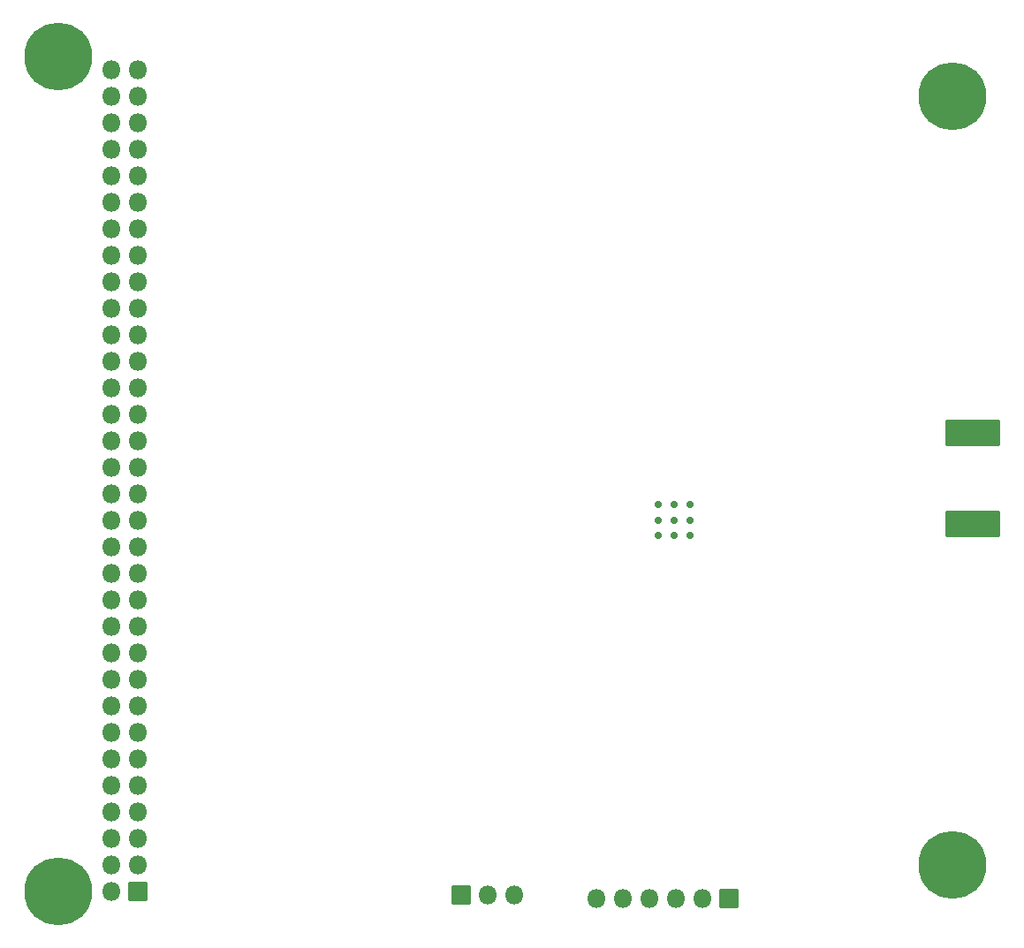
<source format=gbs>
G04 #@! TF.GenerationSoftware,KiCad,Pcbnew,7.0.9+1*
G04 #@! TF.CreationDate,2024-02-23T15:47:33-08:00*
G04 #@! TF.ProjectId,hsl_radio,68736c5f-7261-4646-996f-2e6b69636164,1*
G04 #@! TF.SameCoordinates,Original*
G04 #@! TF.FileFunction,Soldermask,Bot*
G04 #@! TF.FilePolarity,Negative*
%FSLAX46Y46*%
G04 Gerber Fmt 4.6, Leading zero omitted, Abs format (unit mm)*
G04 Created by KiCad (PCBNEW 7.0.9+1) date 2024-02-23 15:47:33*
%MOMM*%
%LPD*%
G01*
G04 APERTURE LIST*
G04 Aperture macros list*
%AMRoundRect*
0 Rectangle with rounded corners*
0 $1 Rounding radius*
0 $2 $3 $4 $5 $6 $7 $8 $9 X,Y pos of 4 corners*
0 Add a 4 corners polygon primitive as box body*
4,1,4,$2,$3,$4,$5,$6,$7,$8,$9,$2,$3,0*
0 Add four circle primitives for the rounded corners*
1,1,$1+$1,$2,$3*
1,1,$1+$1,$4,$5*
1,1,$1+$1,$6,$7*
1,1,$1+$1,$8,$9*
0 Add four rect primitives between the rounded corners*
20,1,$1+$1,$2,$3,$4,$5,0*
20,1,$1+$1,$4,$5,$6,$7,0*
20,1,$1+$1,$6,$7,$8,$9,0*
20,1,$1+$1,$8,$9,$2,$3,0*%
G04 Aperture macros list end*
%ADD10C,0.711200*%
%ADD11RoundRect,0.050800X-0.850000X0.850000X-0.850000X-0.850000X0.850000X-0.850000X0.850000X0.850000X0*%
%ADD12O,1.801600X1.801600*%
%ADD13RoundRect,0.050800X0.850000X-0.850000X0.850000X0.850000X-0.850000X0.850000X-0.850000X-0.850000X0*%
%ADD14RoundRect,0.050800X2.540000X1.210000X-2.540000X1.210000X-2.540000X-1.210000X2.540000X-1.210000X0*%
%ADD15RoundRect,0.050800X0.850000X0.850000X-0.850000X0.850000X-0.850000X-0.850000X0.850000X-0.850000X0*%
%ADD16C,6.501600*%
G04 APERTURE END LIST*
D10*
X142900000Y-68100000D03*
X144400000Y-68100000D03*
X144400000Y-65100000D03*
X142900000Y-65100000D03*
X141400000Y-65100000D03*
X141400000Y-68100000D03*
X144400000Y-66600000D03*
X142900000Y-66600000D03*
X141400000Y-66600000D03*
D11*
X148150000Y-102900000D03*
D12*
X145610000Y-102900000D03*
X143070000Y-102900000D03*
X140530000Y-102900000D03*
X137990000Y-102900000D03*
X135450000Y-102900000D03*
D13*
X122475000Y-102500000D03*
D12*
X125015000Y-102500000D03*
X127555000Y-102500000D03*
D14*
X171500000Y-58240000D03*
X171500000Y-67000000D03*
D15*
X91500000Y-102200000D03*
D12*
X88960000Y-102200000D03*
X91500000Y-99660000D03*
X88960000Y-99660000D03*
X91500000Y-97120000D03*
X88960000Y-97120000D03*
X91500000Y-94580000D03*
X88960000Y-94580000D03*
X91500000Y-92040000D03*
X88960000Y-92040000D03*
X91500000Y-89500000D03*
X88960000Y-89500000D03*
X91500000Y-86960000D03*
X88960000Y-86960000D03*
X91500000Y-84420000D03*
X88960000Y-84420000D03*
X91500000Y-81880000D03*
X88960000Y-81880000D03*
X91500000Y-79340000D03*
X88960000Y-79340000D03*
X91500000Y-76800000D03*
X88960000Y-76800000D03*
X91500000Y-74260000D03*
X88960000Y-74260000D03*
X91500000Y-71720000D03*
X88960000Y-71720000D03*
X91500000Y-69180000D03*
X88960000Y-69180000D03*
X91500000Y-66640000D03*
X88960000Y-66640000D03*
X91500000Y-64100000D03*
X88960000Y-64100000D03*
X91500000Y-61560000D03*
X88960000Y-61560000D03*
X91500000Y-59020000D03*
X88960000Y-59020000D03*
X91500000Y-56480000D03*
X88960000Y-56480000D03*
X91500000Y-53940000D03*
X88960000Y-53940000D03*
X91500000Y-51400000D03*
X88960000Y-51400000D03*
X91500000Y-48860000D03*
X88960000Y-48860000D03*
X91500000Y-46320000D03*
X88960000Y-46320000D03*
X91500000Y-43780000D03*
X88960000Y-43780000D03*
X91500000Y-41240000D03*
X88960000Y-41240000D03*
X91500000Y-38700000D03*
X88960000Y-38700000D03*
X91500000Y-36160000D03*
X88960000Y-36160000D03*
X91500000Y-33620000D03*
X88960000Y-33620000D03*
X91500000Y-31080000D03*
X88960000Y-31080000D03*
X91500000Y-28540000D03*
X88960000Y-28540000D03*
X91500000Y-26000000D03*
X88960000Y-26000000D03*
X91500000Y-23460000D03*
X88960000Y-23460000D03*
D16*
X169605000Y-99660000D03*
X169605000Y-26000000D03*
X83880000Y-102200000D03*
X83880000Y-22190000D03*
M02*

</source>
